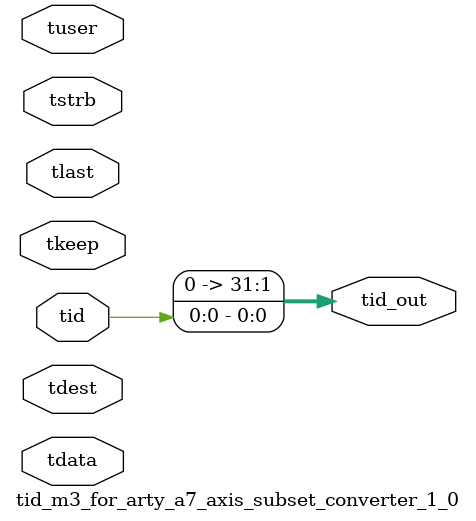
<source format=v>


`timescale 1ps/1ps

module tid_m3_for_arty_a7_axis_subset_converter_1_0 #
(
parameter C_S_AXIS_TID_WIDTH   = 1,
parameter C_S_AXIS_TUSER_WIDTH = 0,
parameter C_S_AXIS_TDATA_WIDTH = 0,
parameter C_S_AXIS_TDEST_WIDTH = 0,
parameter C_M_AXIS_TID_WIDTH   = 32
)
(
input  [(C_S_AXIS_TID_WIDTH   == 0 ? 1 : C_S_AXIS_TID_WIDTH)-1:0       ] tid,
input  [(C_S_AXIS_TDATA_WIDTH == 0 ? 1 : C_S_AXIS_TDATA_WIDTH)-1:0     ] tdata,
input  [(C_S_AXIS_TUSER_WIDTH == 0 ? 1 : C_S_AXIS_TUSER_WIDTH)-1:0     ] tuser,
input  [(C_S_AXIS_TDEST_WIDTH == 0 ? 1 : C_S_AXIS_TDEST_WIDTH)-1:0     ] tdest,
input  [(C_S_AXIS_TDATA_WIDTH/8)-1:0 ] tkeep,
input  [(C_S_AXIS_TDATA_WIDTH/8)-1:0 ] tstrb,
input                                                                    tlast,
output [(C_M_AXIS_TID_WIDTH   == 0 ? 1 : C_M_AXIS_TID_WIDTH)-1:0       ] tid_out
);

assign tid_out = {tid[0:0]};

endmodule


</source>
